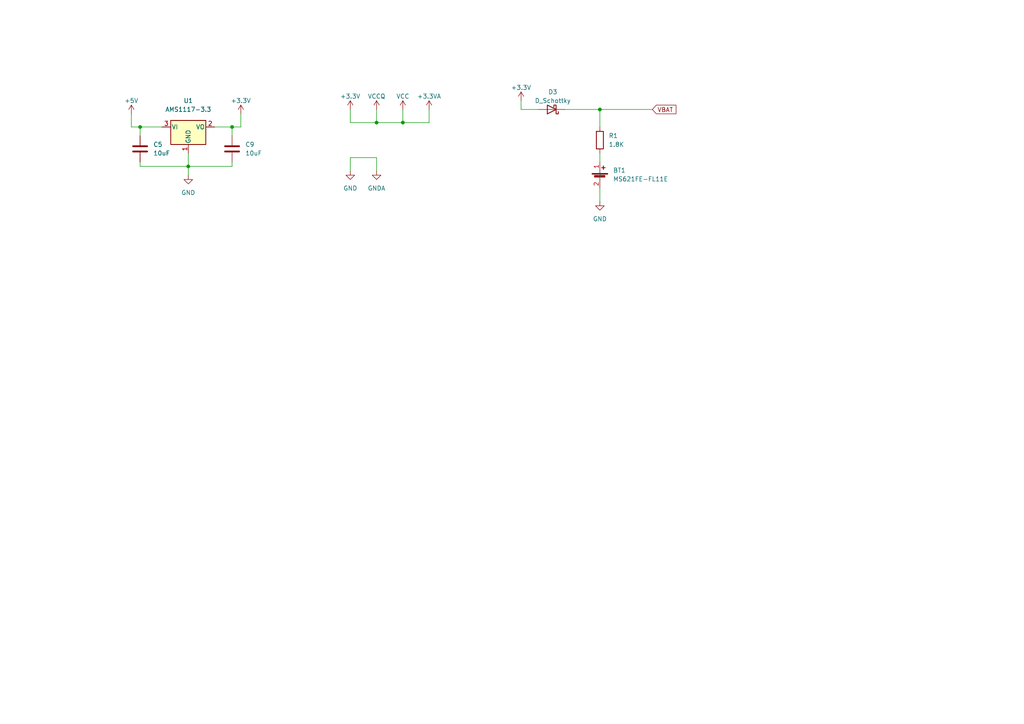
<source format=kicad_sch>
(kicad_sch (version 20230121) (generator eeschema)
  (paper "A4")
  (lib_symbols
    (symbol "Device:C" (pin_numbers hide) (pin_names (offset 0.254))
      (property "Reference" "C" (at 0.635 2.54 0))
      (property "Value" "C" (at 0.635 -2.54 0))
      (symbol "C_0_1"
        (polyline (pts (xy -2.032 -0.762) (xy 2.032 -0.762)) (stroke (width 0.508)))
        (polyline (pts (xy -2.032 0.762) (xy 2.032 0.762)) (stroke (width 0.508)))
      )
      (symbol "C_1_1"
        (pin passive line (at 0 3.81 270) (length 2.794) (name "~") (number "1"))
        (pin passive line (at 0 -3.81 90) (length 2.794) (name "~") (number "2"))
      )
    )
    (symbol "Device:D_Schottky" (pin_numbers hide) (pin_names (offset 1.016) hide)
      (property "Reference" "D" (at 0 2.54 0))
      (property "Value" "D_Schottky" (at 0 -2.54 0))
      (symbol "D_Schottky_0_1"
        (polyline (pts (xy 1.27 0) (xy -1.27 0)))
        (polyline (pts (xy 1.27 1.27) (xy 1.27 -1.27) (xy -1.27 0) (xy 1.27 1.27)) (stroke (width 0.254)))
        (polyline (pts (xy -1.905 0.635) (xy -1.905 1.27) (xy -1.27 1.27) (xy -1.27 -1.27) (xy -0.635 -1.27) (xy -0.635 -0.635)) (stroke (width 0.254)))
      )
      (symbol "D_Schottky_1_1"
        (pin passive line (at -3.81 0 0) (length 2.54) (name "K") (number "1"))
        (pin passive line (at 3.81 0 180) (length 2.54) (name "A") (number "2"))
      )
    )
    (symbol "Device:R" (pin_numbers hide) (pin_names (offset 0))
      (property "Reference" "R" (at 2.032 0 90))
      (property "Value" "R" (at 0 0 90))
      (symbol "R_0_1"
        (rectangle (start -1.016 -2.54) (end 1.016 2.54) (stroke (width 0.254)))
      )
      (symbol "R_1_1"
        (pin passive line (at 0 3.81 270) (length 1.27) (name "~") (number "1"))
        (pin passive line (at 0 -3.81 90) (length 1.27) (name "~") (number "2"))
      )
    )
    (symbol "Regulator_Linear:AMS1117-3.3" (pin_names (offset 0.254))
      (property "Reference" "U" (at -3.81 3.175 0))
      (property "Value" "AMS1117-3.3" (at 0 3.175 0))
      (symbol "AMS1117-3.3_0_1"
        (rectangle (start -5.08 -5.08) (end 5.08 1.905) (stroke (width 0.254)) (fill (type background)))
      )
      (symbol "AMS1117-3.3_1_1"
        (pin power_in line (at 0 -7.62 90) (length 2.54) (name "GND") (number "1"))
        (pin power_out line (at 7.62 0 180) (length 2.54) (name "VO") (number "2"))
        (pin power_in line (at -7.62 0 0) (length 2.54) (name "VI") (number "3"))
      )
    )
    (symbol "_itz:MS621FE-FL11E"
      (property "Reference" "BT" (at -3.81 0 0))
      (property "Value" "MS621FE-FL11E" (at 0 -11.43 0))
      (symbol "MS621FE-FL11E_0_1"
        (rectangle (start -2.286 0.508) (end 2.286 0.254) (fill (type outline)))
        (rectangle (start -1.5748 -0.0762) (end 1.4732 -0.5842) (fill (type outline)))
        (polyline (pts (xy 0 -0.508) (xy 0 -1.27)))
        (polyline (pts (xy 0 0.508) (xy 0 1.27)))
        (polyline (pts (xy 0.508 2.159) (xy 1.524 2.159)) (stroke (width 0.254)))
        (polyline (pts (xy 1.016 2.667) (xy 1.016 1.651)) (stroke (width 0.254)))
      )
      (symbol "MS621FE-FL11E_1_1"
        (pin passive line (at 0 3.81 270) (length 2.54) (name "+") (number "1"))
        (pin passive line (at 0 -3.81 90) (length 2.54) (name "-") (number "2"))
      )
    )
    (symbol "power:+3.3V" (power) (pin_names (offset 0))
      (property "Value" "+3.3V" (at 0 3.556 0))
      (symbol "+3.3V_0_1"
        (polyline (pts (xy -0.762 1.27) (xy 0 2.54)))
        (polyline (pts (xy 0 0) (xy 0 2.54)))
        (polyline (pts (xy 0 2.54) (xy 0.762 1.27)))
      )
      (symbol "+3.3V_1_1"
        (pin power_in line (at 0 0 90) (length 0) hide (name "+3.3V") (number "1"))
      )
    )
    (symbol "power:+3.3VA" (power) (pin_names (offset 0))
      (property "Value" "+3.3VA" (at 0 3.556 0))
      (symbol "+3.3VA_0_1"
        (polyline (pts (xy -0.762 1.27) (xy 0 2.54)))
        (polyline (pts (xy 0 0) (xy 0 2.54)))
        (polyline (pts (xy 0 2.54) (xy 0.762 1.27)))
      )
      (symbol "+3.3VA_1_1"
        (pin power_in line (at 0 0 90) (length 0) hide (name "+3.3VA") (number "1"))
      )
    )
    (symbol "power:+5V" (power) (pin_names (offset 0))
      (property "Value" "+5V" (at 0 3.556 0))
      (symbol "+5V_0_1"
        (polyline (pts (xy -0.762 1.27) (xy 0 2.54)))
        (polyline (pts (xy 0 0) (xy 0 2.54)))
        (polyline (pts (xy 0 2.54) (xy 0.762 1.27)))
      )
      (symbol "+5V_1_1"
        (pin power_in line (at 0 0 90) (length 0) hide (name "+5V") (number "1"))
      )
    )
    (symbol "power:GND" (power) (pin_names (offset 0))
      (property "Value" "GND" (at 0 -3.81 0))
      (symbol "GND_0_1"
        (polyline (pts (xy 0 0) (xy 0 -1.27) (xy 1.27 -1.27) (xy 0 -2.54) (xy -1.27 -1.27) (xy 0 -1.27)))
      )
      (symbol "GND_1_1"
        (pin power_in line (at 0 0 270) (length 0) hide (name "GND") (number "1"))
      )
    )
    (symbol "power:GNDA" (power) (pin_names (offset 0))
      (property "Value" "GNDA" (at 0 -3.81 0))
      (symbol "GNDA_0_1"
        (polyline (pts (xy 0 0) (xy 0 -1.27) (xy 1.27 -1.27) (xy 0 -2.54) (xy -1.27 -1.27) (xy 0 -1.27)))
      )
      (symbol "GNDA_1_1"
        (pin power_in line (at 0 0 270) (length 0) hide (name "GNDA") (number "1"))
      )
    )
    (symbol "power:VCC" (power) (pin_names (offset 0))
      (property "Value" "VCC" (at 0 3.81 0))
      (symbol "VCC_0_1"
        (polyline (pts (xy -0.762 1.27) (xy 0 2.54)))
        (polyline (pts (xy 0 0) (xy 0 2.54)))
        (polyline (pts (xy 0 2.54) (xy 0.762 1.27)))
      )
      (symbol "VCC_1_1"
        (pin power_in line (at 0 0 90) (length 0) hide (name "VCC") (number "1"))
      )
    )
    (symbol "power:VCCQ" (power) (pin_names (offset 0))
      (property "Value" "VCCQ" (at 0 3.81 0))
      (symbol "VCCQ_0_1"
        (polyline (pts (xy -0.762 1.27) (xy 0 2.54)))
        (polyline (pts (xy 0 0) (xy 0 2.54)))
        (polyline (pts (xy 0 2.54) (xy 0.762 1.27)))
      )
      (symbol "VCCQ_1_1"
        (pin power_in line (at 0 0 90) (length 0) hide (name "VCCQ") (number "1"))
      )
    )
  )
  (junction (at 67.31 36.83))
  (junction (at 173.99 31.75))
  (junction (at 116.84 35.56))
  (junction (at 40.64 36.83))
  (junction (at 109.22 35.56))
  (junction (at 54.61 48.26))
  (wire (pts (xy 46.99 36.83) (xy 40.64 36.83)))
  (wire (pts (xy 173.99 36.83) (xy 173.99 31.75)))
  (wire (pts (xy 116.84 31.75) (xy 116.84 35.56)))
  (wire (pts (xy 124.46 35.56) (xy 116.84 35.56)))
  (wire (pts (xy 109.22 49.53) (xy 109.22 45.72)))
  (wire (pts (xy 40.64 36.83) (xy 38.1 36.83)))
  (wire (pts (xy 38.1 33.02) (xy 38.1 36.83)))
  (wire (pts (xy 151.13 31.75) (xy 156.21 31.75)))
  (wire (pts (xy 151.13 29.21) (xy 151.13 31.75)))
  (wire (pts (xy 109.22 35.56) (xy 109.22 31.75)))
  (wire (pts (xy 173.99 44.45) (xy 173.99 46.99)))
  (wire (pts (xy 54.61 44.45) (xy 54.61 48.26)))
  (wire (pts (xy 40.64 46.99) (xy 40.64 48.26)))
  (wire (pts (xy 101.6 45.72) (xy 101.6 49.53)))
  (wire (pts (xy 54.61 48.26) (xy 54.61 50.8)))
  (wire (pts (xy 101.6 31.75) (xy 101.6 35.56)))
  (wire (pts (xy 173.99 31.75) (xy 163.83 31.75)))
  (wire (pts (xy 40.64 48.26) (xy 54.61 48.26)))
  (wire (pts (xy 67.31 36.83) (xy 69.85 36.83)))
  (wire (pts (xy 173.99 31.75) (xy 189.23 31.75)))
  (wire (pts (xy 173.99 54.61) (xy 173.99 58.42)))
  (wire (pts (xy 124.46 31.75) (xy 124.46 35.56)))
  (wire (pts (xy 62.23 36.83) (xy 67.31 36.83)))
  (wire (pts (xy 109.22 45.72) (xy 101.6 45.72)))
  (wire (pts (xy 40.64 36.83) (xy 40.64 39.37)))
  (wire (pts (xy 54.61 48.26) (xy 67.31 48.26)))
  (wire (pts (xy 67.31 46.99) (xy 67.31 48.26)))
  (wire (pts (xy 69.85 36.83) (xy 69.85 33.02)))
  (wire (pts (xy 116.84 35.56) (xy 109.22 35.56)))
  (wire (pts (xy 67.31 36.83) (xy 67.31 39.37)))
  (wire (pts (xy 101.6 35.56) (xy 109.22 35.56)))
  (global_label "VBAT" (shape input) (at 189.23 31.75 0) (property "Intersheetrefs" "${INTERSHEET_REFS}" (effects hide)))
  (symbol (lib_id "power:VCCQ") (at 109.22 31.75 0) (unit 1)
    (property "Reference" "#PWR019" (effects hide))
    (property "Value" "VCCQ" (at 109.22 27.94 0))
    (instances (project "lpc1756_totp" (path "" (reference "#PWR019") (unit 1)) (path "" (reference "#PWR026") (unit 1))))
  )
  (symbol (lib_id "Device:D_Schottky") (at 160.02 31.75 180) (unit 1)
    (property "Reference" "D3" (at 160.3375 26.67 0))
    (property "Value" "D_Schottky" (at 160.3375 29.21 0))
    (property "Footprint" "Diode_SMD:D_SOD-523" (effects hide))
  )
  (symbol (lib_id "power:+3.3V") (at 101.6 31.75 0) (unit 1)
    (property "Reference" "#PWR07" (effects hide))
    (property "Value" "+3.3V" (at 101.6 27.94 0))
    (instances (project "lpc1756_totp" (path "" (reference "#PWR07") (unit 1)) (path "" (reference "#PWR027") (unit 1))))
  )
  (symbol (lib_id "_itz:MS621FE-FL11E") (at 173.99 50.8 0) (unit 1)
    (property "Reference" "BT1" (at 177.8 49.403 0) (effects (justify left)))
    (property "Value" "MS621FE-FL11E" (at 177.8 51.943 0) (effects (justify left)))
    (property "Footprint" "_itz:MS621FE-FL11E" (effects hide))
    (property "Datasheet" "https://www.farnell.com/datasheets/2700315.pdf" (effects hide))
  )
  (symbol (lib_id "Device:C") (at 40.64 43.18 0) (unit 1)
    (property "Reference" "C5" (at 44.45 41.9099 0) (effects (justify left)))
    (property "Value" "10uF" (at 44.45 44.4499 0) (effects (justify left)))
    (property "Footprint" "Capacitor_SMD:C_0603_1608Metric_Pad1.08x0.95mm_HandSolder" (effects hide))
    (instances (project "lpc1756_usb" (path "" (reference "C5") (unit 1))) (project "lpc1756_totp" (path "" (reference "C1") (unit 1)) (path "" (reference "C1") (unit 1))))
  )
  (symbol (lib_id "power:GND") (at 173.99 58.42 0) (unit 1)
    (property "Reference" "#PWR0108" (effects hide))
    (property "Value" "GND" (at 173.99 63.5 0))
    (instances (project "lpc1756_usb" (path "" (reference "#PWR0108") (unit 1))) (project "lpc1756_totp" (path "" (reference "#PWR08") (unit 1)) (path "" (reference "#PWR044") (unit 1))))
  )
  (symbol (lib_id "power:+3.3V") (at 151.13 29.21 0) (unit 1)
    (property "Reference" "#PWR07" (effects hide))
    (property "Value" "+3.3V" (at 151.13 25.4 0))
    (instances (project "lpc1756_totp" (path "" (reference "#PWR07") (unit 1)) (path "" (reference "#PWR043") (unit 1))))
  )
  (symbol (lib_id "power:GND") (at 101.6 49.53 0) (unit 1)
    (property "Reference" "#PWR0108" (effects hide))
    (property "Value" "GND" (at 101.6 54.61 0))
    (instances (project "lpc1756_usb" (path "" (reference "#PWR0108") (unit 1))) (project "lpc1756_totp" (path "" (reference "#PWR08") (unit 1)) (path "" (reference "#PWR031") (unit 1))))
  )
  (symbol (lib_id "power:GNDA") (at 109.22 49.53 0) (unit 1)
    (property "Reference" "#PWR015" (effects hide))
    (property "Value" "GNDA" (at 109.22 54.61 0))
    (instances (project "lpc1756_totp" (path "" (reference "#PWR015") (unit 1)) (path "" (reference "#PWR030") (unit 1))))
  )
  (symbol (lib_id "Regulator_Linear:AMS1117-3.3") (at 54.61 36.83 0) (unit 1)
    (property "Reference" "U1" (at 54.61 29.21 0))
    (property "Value" "AMS1117-3.3" (at 54.61 31.75 0))
    (property "Footprint" "Package_TO_SOT_SMD:SOT-223-3_TabPin2" (effects hide))
    (property "Datasheet" "http://www.advanced-monolithic.com/pdf/ds1117.pdf" (effects hide))
    (instances (project "lpc1756_usb" (path "" (reference "U1") (unit 1))) (project "lpc1756_totp" (path "" (reference "U2") (unit 1)) (path "" (reference "U2") (unit 1))))
  )
  (symbol (lib_id "power:+5V") (at 38.1 33.02 0) (unit 1)
    (property "Reference" "#PWR010" (effects hide))
    (property "Value" "+5V" (at 38.1 29.21 0))
    (instances (project "lpc1756_totp" (path "" (reference "#PWR010") (unit 1)) (path "" (reference "#PWR07") (unit 1))))
  )
  (symbol (lib_id "Device:R") (at 173.99 40.64 0) (unit 1)
    (property "Reference" "R1" (at 176.53 39.3699 0) (effects (justify left)))
    (property "Value" "1.8K" (at 176.53 41.9099 0) (effects (justify left)))
    (property "Footprint" "Resistor_SMD:R_0603_1608Metric_Pad0.98x0.95mm_HandSolder" (effects hide))
    (instances (project "lpc1756_usb" (path "" (reference "R1") (unit 1))) (project "lpc1756_totp" (path "" (reference "R10") (unit 1)) (path "" (reference "R12") (unit 1))))
  )
  (symbol (lib_id "power:VCC") (at 116.84 31.75 0) (unit 1)
    (property "Reference" "#PWR023" (effects hide))
    (property "Value" "VCC" (at 116.84 27.94 0))
    (instances (project "lpc1756_totp" (path "" (reference "#PWR023") (unit 1)) (path "" (reference "#PWR028") (unit 1))))
  )
  (symbol (lib_id "power:GND") (at 54.61 50.8 0) (unit 1)
    (property "Reference" "#PWR0108" (effects hide))
    (property "Value" "GND" (at 54.61 55.88 0))
    (instances (project "lpc1756_usb" (path "" (reference "#PWR0108") (unit 1))) (project "lpc1756_totp" (path "" (reference "#PWR08") (unit 1)) (path "" (reference "#PWR08") (unit 1))))
  )
  (symbol (lib_id "power:+3.3V") (at 69.85 33.02 0) (unit 1)
    (property "Reference" "#PWR07" (effects hide))
    (property "Value" "+3.3V" (at 69.85 29.21 0))
    (instances (project "lpc1756_totp" (path "" (reference "#PWR07") (unit 1)) (path "" (reference "#PWR010") (unit 1))))
  )
  (symbol (lib_id "Device:C") (at 67.31 43.18 0) (unit 1)
    (property "Reference" "C9" (at 71.12 41.9099 0) (effects (justify left)))
    (property "Value" "10uF" (at 71.12 44.4499 0) (effects (justify left)))
    (property "Footprint" "Capacitor_SMD:C_0603_1608Metric_Pad1.08x0.95mm_HandSolder" (effects hide))
    (instances (project "lpc1756_usb" (path "" (reference "C9") (unit 1))) (project "lpc1756_totp" (path "" (reference "C2") (unit 1)) (path "" (reference "C2") (unit 1))))
  )
  (symbol (lib_id "power:+3.3VA") (at 124.46 31.75 0) (unit 1)
    (property "Reference" "#PWR014" (effects hide))
    (property "Value" "+3.3VA" (at 124.46 27.94 0))
    (instances (project "lpc1756_totp" (path "" (reference "#PWR014") (unit 1)) (path "" (reference "#PWR029") (unit 1))))
  )
)
</source>
